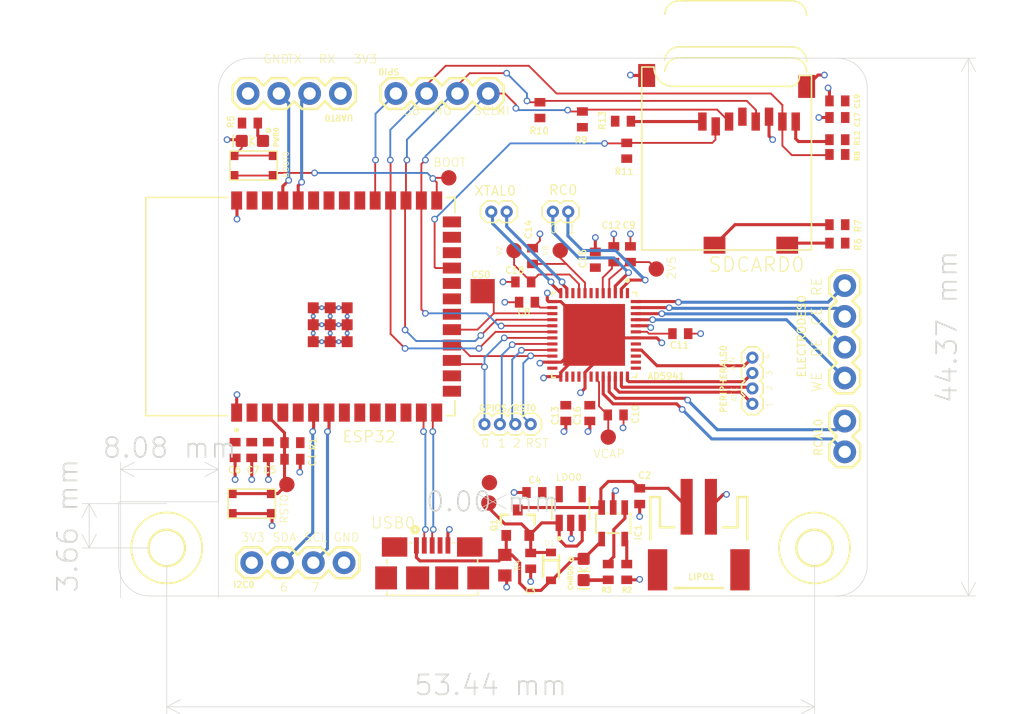
<source format=kicad_pcb>
(kicad_pcb (version 20241229) (generator "pcbnew") (generator_version "9.0")
  (layers (0 "F.Cu" signal) (2 "B.Cu" signal) (13 "F.Paste" user) (15 "B.Paste" user) (5 "F.SilkS" user "F.Silkscreen") (7 "B.SilkS" user "B.Silkscreen") (1 "F.Mask" user) (3 "B.Mask" user) (25 "Edge.Cuts" user))
  (net 0 "")
  (net 1 "GND")
  (net 2 "USB_P")
  (net 3 "USB_N")
  (net 4 "V_USB")
  (net 5 "VLIPO")
  (net 6 "3.3V")
  (net 7 "BOOT")
  (net 8 "N$1")
  (net 9 "N$2")
  (net 10 "N$3")
  (net 11 "N$7")
  (net 12 "N$4")
  (net 13 "MISO")
  (net 14 "SCLK")
  (net 15 "MOSI")
  (net 16 "SDA/6/CH0")
  (net 17 "SCL/7/CH1")
  (net 18 "XTAL.I")
  (net 19 "XTAL.O")
  (net 20 "RE")
  (net 21 "WE")
  (net 22 "CE")
  (net 23 "CS.AFE")
  (net 24 "REF.2V5")
  (net 25 "REF.1V8")
  (net 26 "DVDD.1V8")
  (net 27 "BIAS.CAP")
  (net 28 "AVDD.REG")
  (net 29 "RCAL0")
  (net 30 "RCAL1")
  (net 31 "ZERO.0")
  (net 32 "BIAS.0")
  (net 33 "RC0.0")
  (net 34 "RC0.1")
  (net 35 "RC0.2")
  (net 36 "AIN0")
  (net 37 "AIN1")
  (net 38 "AIN2")
  (net 39 "AIN3")
  (net 40 "AIN4")
  (net 41 "AFE1")
  (net 42 "AFE2")
  (net 43 "AFE3")
  (net 44 "AFE4")
  (net 45 "GPIO.0")
  (net 46 "GPIO.1")
  (net 47 "GPIO.2")
  (net 48 "DE")
  (net 49 "MCU.RST")
  (net 50 "AFE.RST")
  (net 51 "RX")
  (net 52 "TX")
  (net 53 "CD1")
  (net 54 "CD2")
  (net 55 "CS.SD")
  (net 56 "DAT1")
  (net 57 "DAT2")
  (net 58 "CS.SPI")
  (footprint "BUTTON-GULLWING" (layer "F.Cu") (at 128.597974 119.56697 180)
    (property "Reference" "RST0")
    (property "Value" "")
  )
  (footprint "C0402" (layer "F.Cu") (at 154.505974 112.09937 -90)
    (property "Reference" "C13")
    (property "Value" "100n")
  )
  (footprint "TP20SQ_385" (layer "F.Cu") (at 147.647974 102.04097)
    (property "Reference" "CS0")
    (property "Value" "TPTP20SQ")
  )
  (footprint "C0402" (layer "F.Cu") (at 163.954774 105.54617)
    (property "Reference" "C11")
    (property "Value" "4.7u")
  )
  (footprint "R0402" (layer "F.Cu") (at 176.908774 89.54417 180)
    (property "Reference" "R12")
    (property "Value" "47k")
  )
  (footprint "PAD.03X.05" (layer "F.Cu") (at 131.493574 117.99217)
    (property "Reference" "TP2" (hide yes))
    (property "Value" "" (hide yes))
  )
  (footprint "R0402" (layer "F.Cu") (at 131.950774 114.53777 180)
    (property "Reference" "R1")
    (property "Value" "10k")
  )
  (footprint "QFN50P700X700X80-49N_39313983" (layer "F.Cu") (at 156.842774 105.64777 -90)
    (property "Reference" "AD5941")
    (property "Value" "AD5941BCPZ-RL7")
  )
  (footprint "SOT95P285X140-5N_39313995" (layer "F.Cu") (at 154.912374 119.97337 90)
    (property "Reference" "LDO0")
    (property "Value" "AP2112K-3.3TRG1")
  )
  (footprint "AMPHENOL_10118192-0001LF_39346738" (layer "F.Cu") (at 143.482374 123.02137)
    (property "Reference" "USB0")
    (property "Value" "10118192-0001LF")
  )
  (footprint "R0402" (layer "F.Cu") (at 176.908774 90.76337 180)
    (property "Reference" "R8")
    (property "Value" "47k")
  )
  (footprint "R0402" (layer "F.Cu") (at 152.372374 87.10577 90)
    (property "Reference" "R10")
    (property "Value" "47k")
  )
  (footprint "R0402" (layer "F.Cu") (at 128.445574 88.17257 180)
    (property "Reference" "R5")
    (property "Value" "4k7")
  )
  (footprint "C0402" (layer "F.Cu") (at 131.950774 115.90937)
    (property "Reference" "C1")
    (property "Value" "10u")
  )
  (footprint "2,8_237" (layer "F.Cu") (at 175.029174 123.22457)
    (property "Reference" "H4" (hide yes))
    (property "Value" "MOUNT-HOLE2.8" (hide yes))
  )
  (footprint "PAD.03X.05" (layer "F.Cu") (at 148.206774 117.83977)
    (property "Reference" "TP4" (hide yes))
    (property "Value" "" (hide yes))
  )
  (footprint "1X04" (layer "F.Cu") (at 177.518374 101.58377 -90)
    (property "Reference" "ELECTRODES0")
    (property "Value" "")
  )
  (footprint "C0402" (layer "F.Cu") (at 156.944374 99.45017 90)
    (property "Reference" "C15")
    (property "Value" "100n")
  )
  (footprint "C0402" (layer "F.Cu") (at 151.762774 99.14537 90)
    (property "Reference" "C14")
    (property "Value" "100n")
  )
  (footprint "PAD.03X.05" (layer "F.Cu") (at 148.155974 119.51617)
    (property "Reference" "TP3" (hide yes))
    (property "Value" "" (hide yes))
  )
  (footprint "R0402" (layer "F.Cu") (at 155.877574 87.86777 90)
    (property "Reference" "R9")
    (property "Value" "47k")
  )
  (footprint "C0402" (layer "F.Cu") (at 151.915174 118.65257 180)
    (property "Reference" "C4")
    (property "Value" "10u")
  )
  (footprint "C0402" (layer "F.Cu") (at 158.620774 112.25177)
    (property "Reference" "C10")
    (property "Value" "470n")
  )
  (footprint "XCVR_ESP32S3WROOM1N8R8" (layer "F.Cu") (at 132.611174 103.31097 90)
    (property "Reference" "ESP32")
    (property "Value" "ESP32-S3-WROOM-1-N8R8")
  )
  (footprint "1X02_1.27MM" (layer "F.Cu") (at 153.439174 95.48777)
    (property "Reference" "RC0")
    (property "Value" "")
  )
  (footprint "R0603" (layer "F.Cu") (at 149.476774 124.64697 -90)
    (property "Reference" "R4")
    (property "Value" "100k")
  )
  (footprint "1X04_1.27MM" (layer "F.Cu") (at 169.898374 107.52737 -90)
    (property "Reference" "PERIPHERALS0")
    (property "Value" "")
  )
  (footprint "SOT23-5L" (layer "F.Cu") (at 158.417574 121.19257 180)
    (property "Reference" "IC1")
    (property "Value" "MCP73831/OT")
  )
  (footprint "1X04" (layer "F.Cu") (at 135.913174 85.73417 180)
    (property "Reference" "UART0")
    (property "Value" "")
  )
  (footprint "MICROSD" (layer "F.Cu") (at 174.775174 98.68817 180)
    (property "Reference" "SDCARD0")
    (property "Value" "MICROSD" (hide yes))
  )
  (footprint "2,8_237" (layer "F.Cu") (at 121.587574 123.22457)
    (property "Reference" "H2" (hide yes))
    (property "Value" "MOUNT-HOLE2.8" (hide yes))
  )
  (footprint "1X02_1.27MM" (layer "F.Cu") (at 149.629174 95.48777 180)
    (property "Reference" "XTAL0")
    (property "Value" "")
  )
  (footprint "R0402" (layer "F.Cu") (at 159.535174 90.45857 90)
    (property "Reference" "R11")
    (property "Value" "47k")
  )
  (footprint "R0402" (layer "F.Cu") (at 159.535174 125.20577 90)
    (property "Reference" "R2")
    (property "Value" "4k7")
  )
  (footprint "C0402" (layer "F.Cu") (at 151.610374 124.29137 -90)
    (property "Reference" "C3")
    (property "Value" "10u")
  )
  (footprint "C0402" (layer "F.Cu") (at 151.305574 102.95537 180)
    (property "Reference" "C8")
    (property "Value" "470n")
  )
  (footprint "BUTTON-GULLWING" (layer "F.Cu") (at 128.750374 91.67777)
    (property "Reference" "BOOT0")
    (property "Value" "")
  )
  (footprint "LED-0603" (layer "F.Cu") (at 155.979174 125.00257 -90)
    (property "Reference" "CHRG0")
    (property "Value" "YLW")
  )
  (footprint "C0402" (layer "F.Cu") (at 176.908774 86.34377 180)
    (property "Reference" "C19")
    (property "Value" "100n")
  )
  (footprint "C0402" (layer "F.Cu") (at 129.969574 115.14737 -90)
    (property "Reference" "C5")
    (property "Value" "10u")
  )
  (footprint "PAD.03X.05" (layer "F.Cu") (at 154.048774 98.68817)
    (property "Reference" "VB0" (hide yes))
    (property "Value" "" (hide yes))
  )
  (footprint "1X02" (layer "F.Cu") (at 177.518374 115.29977 90)
    (property "Reference" "RCAL0")
    (property "Value" "")
  )
  (footprint "PAD.03X.05" (layer "F.Cu") (at 158.011174 114.08057)
    (property "Reference" "VCAP0" (hide yes))
    (property "Value" "" (hide yes))
  )
  (footprint "C0402" (layer "F.Cu") (at 127.226374 115.14737 -90)
    (property "Reference" "C6")
    (property "Value" "10u")
  )
  (footprint "PAD.03X.05" (layer "F.Cu") (at 144.853974 92.69377)
    (property "Reference" "TP1" (hide yes))
    (property "Value" "" (hide yes))
  )
  (footprint "C0402" (layer "F.Cu") (at 156.487174 112.09937 -90)
    (property "Reference" "C16")
    (property "Value" "100n")
  )
  (footprint "1X04" (layer "F.Cu") (at 140.485174 85.73417)
    (property "Reference" "SPI0")
    (property "Value" "")
  )
  (footprint "R0402" (layer "F.Cu") (at 158.011174 125.20577 90)
    (property "Reference" "R3")
    (property "Value" "4k7")
  )
  (footprint "C0402" (layer "F.Cu") (at 160.601974 118.95737 -90)
    (property "Reference" "C2")
    (property "Value" "10u")
  )
  (footprint "R0402" (layer "F.Cu") (at 176.908774 96.55457 180)
    (property "Reference" "R7")
    (property "Value" "47k")
  )
  (footprint "1X04_1.27MM" (layer "F.Cu") (at 147.800374 113.01377)
    (property "Reference" "GPIOS/RST0")
    (property "Value" "")
  )
  (footprint "SOT23-3" (layer "F.Cu") (at 150.543574 121.19257)
    (property "Reference" "Q1")
    (property "Value" "2.5A/30V/105mΩ")
  )
  (footprint "C0402" (layer "F.Cu") (at 159.839974 98.99297 90)
    (property "Reference" "C9")
    (property "Value" "470n")
  )
  (footprint "LED-0603" (layer "F.Cu") (at 128.648774 89.64577 180)
    (property "Reference" "PWR0")
    (property "Value" "GREEN")
  )
  (footprint "R0402" (layer "F.Cu") (at 159.230374 88.02017)
    (property "Reference" "R13")
    (property "Value" "47k")
  )
  (footprint "R0402" (layer "F.Cu") (at 176.908774 98.07857 180)
    (property "Reference" "R6")
    (property "Value" "47k")
  )
  (footprint "C0402" (layer "F.Cu") (at 176.908774 87.71537 180)
    (property "Reference" "C17")
    (property "Value" "10u")
  )
  (footprint "JST-2-SMD" (layer "F.Cu") (at 165.478774 123.52937 180)
    (property "Reference" "LIPO1")
    (property "Value" "")
  )
  (footprint "PAD.03X.05" (layer "F.Cu") (at 150.238774 98.68817)
    (property "Reference" "VZ0" (hide yes))
    (property "Value" "" (hide yes))
  )
  (footprint "PAD.03X.05" (layer "F.Cu") (at 161.973574 100.21217)
    (property "Reference" "UNK2V5" (hide yes))
    (property "Value" "" (hide yes))
  )
  (footprint "C0402" (layer "F.Cu") (at 128.597974 115.14737 -90)
    (property "Reference" "C7")
    (property "Value" "1u")
  )
  (footprint "C0402" (layer "F.Cu") (at 151.000774 101.27897 180)
    (property "Reference" "C18")
    (property "Value" "100n")
  )
  (footprint "SOD-323_39314421" (layer "F.Cu") (at 153.286774 124.74857 -90)
    (property "Reference" "D1")
    (property "Value" "BAT20JFILM")
  )
  (footprint "C0402" (layer "F.Cu") (at 158.468374 98.99297 90)
    (property "Reference" "C12")
    (property "Value" "470n")
  )
  (footprint "1X04" (layer "F.Cu") (at 128.597974 124.44377)
    (property "Reference" "I2C0")
    (property "Value" "")
  )
  (gr_circle (center 154.963174 124.13897) (end 155.115574 124.13897) (stroke (width 0.1524)) (fill no) (layer "F.SilkS"))
  (gr_circle (center 129.969574 88.78217) (end 130.121974 88.78217) (stroke (width 0.1524)) (fill no) (layer "F.SilkS"))
  (gr_arc (start 125.854775 85.498168) (mid 126.567627 83.635661) (end 128.387562 82.82023) (stroke (width 0.05)) (layer "Edge.Cuts"))
  (gr_arc (start 176.963599 82.82023) (mid 178.699918 83.59274) (end 179.375867 85.36888) (stroke (width 0.05)) (layer "Edge.Cuts"))
  (gr_line (start 125.854774 119.41457) (end 117.625174 119.41457) (stroke (width 0.05)) (layer "Edge.Cuts"))
  (gr_arc (start 179.375867 124.655628) (mid 178.62887 126.446079) (end 176.835883 127.18697) (stroke (width 0.05)) (layer "Edge.Cuts"))
  (gr_line (start 125.854774 85.498167) (end 125.854774 119.41457) (stroke (width 0.05)) (layer "Edge.Cuts"))
  (gr_line (start 176.963599 82.82023) (end 128.387562 82.82023) (stroke (width 0.05)) (layer "Edge.Cuts"))
  (gr_line (start 117.625174 119.41457) (end 117.625174 124.64697) (stroke (width 0.05)) (layer "Edge.Cuts"))
  (gr_line (start 120.165174 127.18697) (end 176.835883 127.18697) (stroke (width 0.05)) (layer "Edge.Cuts"))
  (gr_line (start 179.375867 124.655629) (end 179.375867 85.36888) (stroke (width 0.05)) (layer "Edge.Cuts"))
  (gr_arc (start 120.165174 127.18697) (mid 118.369123 126.443021) (end 117.625174 124.64697) (stroke (width 0.05)) (layer "Edge.Cuts"))
  (gr_text "BOOT" (at 143.533174 91.83017 0) (layer "F.SilkS") (effects (font (size 0.70104 0.70104) (thickness 0.06096)) (justify left bottom)))
  (gr_text "SCLK" (at 146.885974 87.56297 0) (layer "F.SilkS") (effects (font (size 0.70104 0.70104) (thickness 0.06096)) (justify left bottom)))
  (gr_text "RX" (at 134.084374 83.29577 0) (layer "F.SilkS") (effects (font (size 0.70104 0.70104) (thickness 0.06096)) (justify left bottom)))
  (gr_text "0" (at 153.134374 97.31657 0) (layer "F.SilkS") (effects (font (size 0.70104 0.70104) (thickness 0.06096)) (justify left bottom)))
  (gr_text "1" (at 148.867174 114.99497 0) (layer "F.SilkS") (effects (font (size 0.70104 0.70104) (thickness 0.06096)) (justify left bottom)))
  (gr_text "4" (at 171.422374 107.67977 90) (layer "F.SilkS") (effects (font (size 0.46736 0.46736) (thickness 0.04064)) (justify left bottom)))
  (gr_text "SDA" (at 130.274374 122.76737 0) (layer "F.SilkS") (effects (font (size 0.70104 0.70104) (thickness 0.06096)) (justify left bottom)))
  (gr_text "3" (at 171.574774 109.05137 90) (layer "F.SilkS") (effects (font (size 0.46736 0.46736) (thickness 0.04064)) (justify left bottom)))
  (gr_text "2" (at 171.574774 110.27057 90) (layer "F.SilkS") (effects (font (size 0.46736 0.46736) (thickness 0.04064)) (justify left bottom)))
  (gr_text "0" (at 147.495574 114.99497 0) (layer "F.SilkS") (effects (font (size 0.70104 0.70104) (thickness 0.06096)) (justify left bottom)))
  (gr_text "3V3" (at 127.683574 122.76737 0) (layer "F.SilkS") (effects (font (size 0.70104 0.70104) (thickness 0.06096)) (justify left bottom)))
  (gr_text "DE" (at 175.689574 107.52737 90) (layer "F.SilkS") (effects (font (size 0.81788 0.81788) (thickness 0.07112)) (justify left bottom)))
  (gr_text "RE" (at 175.689574 102.49817 90) (layer "F.SilkS") (effects (font (size 0.81788 0.81788) (thickness 0.07112)) (justify left bottom)))
  (gr_text "RST" (at 151.153174 114.99497 0) (layer "F.SilkS") (effects (font (size 0.70104 0.70104) (thickness 0.06096)) (justify left bottom)))
  (gr_text "CE" (at 175.689574 104.93657 90) (layer "F.SilkS") (effects (font (size 0.81788 0.81788) (thickness 0.07112)) (justify left bottom)))
  (gr_text "VB" (at 153.134374 99.14537 90) (layer "F.SilkS") (effects (font (size 0.46736 0.46736) (thickness 0.04064)) (justify left bottom)))
  (gr_text "7" (at 133.474774 126.88217 0) (layer "F.SilkS") (effects (font (size 0.70104 0.70104) (thickness 0.06096)) (justify left bottom)))
  (gr_text "2V5" (at 163.649974 101.12657 90) (layer "F.SilkS") (effects (font (size 0.70104 0.70104) (thickness 0.06096)) (justify left bottom)))
  (gr_text "WE" (at 175.689574 110.42297 90) (layer "F.SilkS") (effects (font (size 0.81788 0.81788) (thickness 0.07112)) (justify left bottom)))
  (gr_text "SCL" (at 132.865174 122.76737 0) (layer "F.SilkS") (effects (font (size 0.70104 0.70104) (thickness 0.06096)) (justify left bottom)))
  (gr_text "MO" (at 143.533174 87.56297 0) (layer "F.SilkS") (effects (font (size 0.70104 0.70104) (thickness 0.06096)) (justify left bottom)))
  (gr_text "VZ" (at 149.324374 99.14537 90) (layer "F.SilkS") (effects (font (size 0.46736 0.46736) (thickness 0.04064)) (justify left bottom)))
  (gr_text "VCAP" (at 156.73624 115.876756 0) (layer "F.SilkS") (effects (font (size 0.70104 0.70104) (thickness 0.06096)) (justify left bottom)))
  (gr_text "1" (at 154.658374 97.31657 0) (layer "F.SilkS") (effects (font (size 0.70104 0.70104) (thickness 0.06096)) (justify left bottom)))
  (gr_text "GND" (at 129.512374 83.29577 0) (layer "F.SilkS") (effects (font (size 0.70104 0.70104) (thickness 0.06096)) (justify left bottom)))
  (gr_text "2" (at 150.086374 114.99497 0) (layer "F.SilkS") (effects (font (size 0.70104 0.70104) (thickness 0.06096)) (justify left bottom)))
  (gr_text "TX" (at 131.493574 83.29577 0) (layer "F.SilkS") (effects (font (size 0.70104 0.70104) (thickness 0.06096)) (justify left bottom)))
  (gr_text "MI" (at 148.714774 87.56297 0) (layer "F.SilkS") (effects (font (size 0.70104 0.70104) (thickness 0.06096)) (justify left bottom)))
  (gr_text "6" (at 130.883974 126.88217 0) (layer "F.SilkS") (effects (font (size 0.70104 0.70104) (thickness 0.06096)) (justify left bottom)))
  (gr_text "1" (at 171.574774 111.64217 90) (layer "F.SilkS") (effects (font (size 0.46736 0.46736) (thickness 0.04064)) (justify left bottom)))
  (gr_text "GND" (at 135.303574 122.76737 0) (layer "F.SilkS") (effects (font (size 0.70104 0.70104) (thickness 0.06096)) (justify left bottom)))
  (gr_text "3V3" (at 136.979974 83.29577 0) (layer "F.SilkS") (effects (font (size 0.70104 0.70104) (thickness 0.06096)) (justify left bottom)))
  (gr_text "38" (at 141.094774 87.56297 0) (layer "F.SilkS") (effects (font (size 0.70104 0.70104) (thickness 0.06096)) (justify left bottom)))
  (gr_text "AIN" (at 168.526774 108.59417 90) (layer "F.SilkS") (effects (font (size 0.46736 0.46736) (thickness 0.04064)) (justify left bottom)))
  (gr_text "AFE" (at 168.679174 111.18497 90) (layer "F.SilkS") (effects (font (size 0.46736 0.46736) (thickness 0.04064)) (justify left bottom)))
  (dimension (type aligned) (layer "Edge.Cuts") (pts (xy 117.777574 127.33937) (xy 125.854774 127.33937)) (height -10.5918) (format (prefix "") (suffix "") (units 2) (units_format 1) (precision 2)) (style (thickness 0.05) (arrow_length 1.27) (text_position_mode 0) (arrow_direction outward) (extension_height 0.58642) (extension_offset 0) (keep_text_aligned yes)) (gr_text "8.08 mm" (at 121.816174 114.96957 0) (layer "Edge.Cuts") (effects (font (size 1.63576 1.63576) (thickness 0.14224)))))
  (dimension (type aligned) (layer "Edge.Cuts") (pts (xy 176.899741 82.82023) (xy 176.899741 127.18697)) (height -10.829433) (format (prefix "") (suffix "") (units 2) (units_format 1) (precision 2)) (style (thickness 0.05) (arrow_length 1.27) (text_position_mode 0) (arrow_direction outward) (extension_height 0.58642) (extension_offset 0) (keep_text_aligned yes)) (gr_text "44.37 mm" (at 185.951174 105.0036 90) (layer "Edge.Cuts") (effects (font (size 1.63576 1.63576) (thickness 0.14224)))))
  (dimension (type aligned) (layer "Edge.Cuts") (pts (xy 121.587574 123.22457) (xy 121.587574 119.56697)) (height -6.4008) (format (prefix "") (suffix "") (units 2) (units_format 1) (precision 2)) (style (thickness 0.05) (arrow_length 1.27) (text_position_mode 0) (arrow_direction outward) (extension_height 0.58642) (extension_offset 0) (keep_text_aligned yes)) (gr_text "3.66 mm" (at 113.408774 121.39577 90) (layer "Edge.Cuts") (effects (font (size 1.63576 1.63576) (thickness 0.14224)))))
  (dimension (type aligned) (layer "Edge.Cuts") (pts (xy 121.587574 123.22457) (xy 175.029174 123.22457)) (height 13.1064) (format (prefix "") (suffix "") (units 2) (units_format 1) (precision 2)) (style (thickness 0.05) (arrow_length 1.27) (text_position_mode 0) (arrow_direction outward) (extension_height 0.58642) (extension_offset 0) (keep_text_aligned yes)) (gr_text "53.44 mm" (at 148.308374 134.55297 0) (layer "Edge.Cuts") (effects (font (size 1.63576 1.63576) (thickness 0.14224)))))
  (dimension (type aligned) (layer "Edge.Cuts") (pts (xy 148.486174 119.41457) (xy 148.486174 119.41457)) (height 0) (format (prefix "") (suffix "") (units 2) (units_format 1) (precision 2)) (style (thickness 0.05) (arrow_length 1.27) (text_position_mode 0) (arrow_direction outward) (extension_height 0.58642) (extension_offset 0) (keep_text_aligned yes)) (gr_text "0.00 mm" (at 148.486174 119.41457 0) (layer "Edge.Cuts") (effects (font (size 1.63576 1.63576) (thickness 0.14224)))))
  (segment (start 130.274374 120.46837) (end 130.274374 121.39577) (width 0.254) (layer "F.Cu") (net 1))
  (segment (start 136.471174 104.81097) (end 136.471174 104.11097) (width 0.254) (layer "F.Cu") (net 1))
  (segment (start 156.842774 105.64777) (end 157.092774 105.89777) (width 0.254) (layer "F.Cu") (net 1))
  (segment (start 151.265174 118.65257) (end 150.238774 118.65257) (width 0.254) (layer "F.Cu") (net 1))
  (segment (start 133.671174 103.41097) (end 133.671174 104.11097) (width 0.254) (layer "F.Cu") (net 1))
  (segment (start 153.092974 102.89777) (end 152.981974 102.78677) (width 0.254) (layer "F.Cu") (net 1))
  (segment (start 156.487174 112.74937) (end 156.487174 113.47097) (width 0.254) (layer "F.Cu") (net 1))
  (segment (start 133.671174 104.81097) (end 133.671174 105.51097) (width 0.254) (layer "F.Cu") (net 1))
  (segment (start 130.350374 90.85277) (end 127.150374 90.85277) (width 0.1524) (layer "F.Cu") (net 1))
  (segment (start 156.842774 107.990783) (end 156.083374 108.750183) (width 0.254) (layer "F.Cu") (net 1))
  (segment (start 156.092774 109.09277) (end 156.092774 110.05537) (width 0.254) (layer "F.Cu") (net 1))
  (segment (start 176.258774 87.71537) (end 175.384774 87.71537) (width 0.254) (layer "F.Cu") (net 1))
  (segment (start 135.071174 103.41097) (end 135.071174 104.11097) (width 0.254) (layer "F.Cu") (net 1))
  (segment (start 167.503174 118.80497) (end 167.764774 118.80497) (width 0.254) (layer "F.Cu") (net 1))
  (segment (start 135.071174 104.81097) (end 134.371174 104.81097) (width 0.254) (layer "F.Cu") (net 1))
  (segment (start 160.561574 125.85577) (end 160.601974 125.81537) (width 0.254) (layer "F.Cu") (net 1))
  (segment (start 159.270774 113.127067) (end 159.230374 113.16617) (width 0.1524) (layer "F.Cu") (net 1))
  (segment (start 135.071174 104.81097) (end 135.071174 105.51097) (width 0.254) (layer "F.Cu") (net 1))
  (segment (start 149.476774 125.49697) (end 149.629174 125.64937) (width 0.254) (layer "F.Cu") (net 1))
  (segment (start 135.071174 103.41097) (end 135.771174 103.41097) (width 0.254) (layer "F.Cu") (net 1))
  (segment (start 144.782374 123.02137) (end 144.782374 121.82297) (width 0.254) (layer "F.Cu") (net 1))
  (segment (start 156.092774 110.05537) (end 155.725174 110.42297) (width 0.254) (layer "F.Cu") (net 1))
  (segment (start 135.071174 104.81097) (end 135.771174 104.81097) (width 0.254) (layer "F.Cu") (net 1))
  (segment (start 156.690374 105.49537) (end 156.842774 105.64777) (width 0.254) (layer "F.Cu") (net 1))
  (segment (start 127.771774 89.64577) (end 127.670506 89.544502) (width 0.254) (layer "F.Cu") (net 1))
  (segment (start 176.258774 86.34377) (end 176.258774 85.38897) (width 0.254) (layer "F.Cu") (net 1))
  (segment (start 153.397774 102.89777) (end 153.092974 102.89777) (width 0.254) (layer "F.Cu") (net 1))
  (segment (start 159.270774 112.25177) (end 159.270774 113.127067) (width 0.1524) (layer "F.Cu") (net 1))
  (segment (start 132.600774 115.90937) (end 132.600774 116.93577) (width 0.254) (layer "F.Cu") (net 1))
  (segment (start 156.842774 105.990783) (end 156.842774 105.64777) (width 0.254) (layer "F.Cu") (net 1))
  (segment (start 161.175174 84.24817) (end 159.877974 84.24817) (width 0.254) (layer "F.Cu") (net 1))
  (segment (start 158.417574 118.70337) (end 158.620774 118.50017) (width 0.254) (layer "F.Cu") (net 1))
  (segment (start 160.287774 104.89777) (end 161.364374 104.89777) (width 0.254) (layer "F.Cu") (net 1))
  (segment (start 136.471174 104.81097) (end 135.771174 104.81097) (width 0.254) (layer "F.Cu") (net 1))
  (segment (start 152.788174 109.09277) (end 152.677174 109.20377) (width 0.254) (layer "F.Cu") (net 1))
  (segment (start 136.471174 103.41097) (end 136.471174 104.11097) (width 0.254) (layer "F.Cu") (net 1))
  (segment (start 127.670506 89.544502) (end 126.561153 89.544502) (width 0.254) (layer "F.Cu") (net 1))
  (segment (start 158.468374 98.34297) (end 158.468374 97.31657) (width 0.1524) (layer "F.Cu") (net 1))
  (segment (start 164.604774 105.54617) (end 165.631174 105.54617) (width 0.1524) (layer "F.Cu") (net 1))
  (segment (start 151.762774 98.49537) (end 152.372374 97.88577) (width 0.1524) (layer "F.Cu") (net 1))
  (segment (start 136.471174 104.81097) (end 136.471174 105.51097) (width 0.254) (layer "F.Cu") (net 1))
  (segment (start 154.963174 121.20917) (end 154.963174 122.46257) (width 0.254) (layer "F.Cu") (net 1))
  (segment (start 149.629174 125.64937) (end 149.629174 126.45957) (width 0.254) (layer "F.Cu") (net 1))
  (segment (start 136.471174 106.21097) (end 136.471174 105.51097) (width 0.254) (layer "F.Cu") (net 1))
  (segment (start 128.597974 115.79737) (end 128.597974 117.58577) (width 0.254) (layer "F.Cu") (net 1))
  (segment (start 127.226374 115.79737) (end 127.226374 117.58577) (width 0.254) (layer "F.Cu") (net 1))
  (segment (start 154.092774 109.09277) (end 152.788174 109.09277) (width 0.254) (layer "F.Cu") (net 1))
  (segment (start 156.842774 105.64777) (end 156.842774 107.990783) (width 0.254) (layer "F.Cu") (net 1))
  (segment (start 144.782374 121.82297) (end 144.904774 121.70057) (width 0.254) (layer "F.Cu") (net 1))
  (segment (start 159.535174 125.85577) (end 160.561574 125.85577) (width 0.254) (layer "F.Cu") (net 1))
  (segment (start 156.944374 98.80017) (end 156.944374 97.62137) (width 0.254) (layer "F.Cu") (net 1))
  (segment (start 156.842774 105.990783) (end 154.092774 108.740783) (width 0.254) (layer "F.Cu") (net 1))
  (segment (start 152.981974 102.78677) (end 152.981974 102.19337) (width 0.254) (layer "F.Cu") (net 1))
  (segment (start 135.071174 106.21097) (end 135.071174 105.51097) (width 0.254) (layer "F.Cu") (net 1))
  (segment (start 135.071174 106.21097) (end 135.771174 106.21097) (width 0.254) (layer "F.Cu") (net 1))
  (segment (start 158.417574 119.89257) (end 158.417574 118.70337) (width 0.254) (layer "F.Cu") (net 1))
  (segment (start 132.600774 116.93577) (end 132.560374 116.97617) (width 0.254) (layer "F.Cu") (net 1))
  (segment (start 151.610374 124.94137) (end 151.610374 126.00617) (width 0.254) (layer "F.Cu") (net 1))
  (segment (start 127.378774 94.58857) (end 127.378774 96.09737) (width 0.254) (layer "F.Cu") (net 1))
  (segment (start 150.350774 101.27897) (end 149.324374 101.27897) (width 0.1524) (layer "F.Cu") (net 1))
  (segment (start 152.372374 97.88577) (end 152.372374 97.31657) (width 0.1524) (layer "F.Cu") (net 1))
  (segment (start 136.471174 103.41097) (end 135.771174 103.41097) (width 0.254) (layer "F.Cu") (net 1))
  (segment (start 171.275174 89.24457) (end 171.574774 89.54417) (width 0.254) (layer "F.Cu") (net 1))
  (segment (start 154.505974 113.47097) (end 154.353574 113.62337) (width 0.254) (layer "F.Cu") (net 1))
  (segment (start 156.083374 108.750183) (end 156.083374 109.08337) (width 0.254) (layer "F.Cu") (net 1))
  (segment (start 159.877974 84.24817) (end 159.839974 84.21017) (width 0.254) (layer "F.Cu") (net 1))
  (segment (start 154.505974 112.74937) (end 154.505974 113.47097) (width 0.254) (layer "F.Cu") (net 1))
  (segment (start 127.351174 110.60297) (end 127.378774 110.57537) (width 0.254) (layer "F.Cu") (net 1))
  (segment (start 162.020374 105.89777) (end 162.430774 106.30817) (width 0.254) (layer "F.Cu") (net 1))
  (segment (start 175.313174 84.21017) (end 175.841974 84.21017) (width 0.254) (layer "F.Cu") (net 1))
  (segment (start 171.275174 89.24457) (end 171.275174 87.64817) (width 0.254) (layer "F.Cu") (net 1))
  (segment (start 166.478774 119.82937) (end 167.503174 118.80497) (width 0.254) (layer "F.Cu") (net 1))
  (segment (start 150.655574 102.95537) (end 149.476774 102.95537) (width 0.1524) (layer "F.Cu") (net 1))
  (segment (start 176.258774 85.38897) (end 176.146774 85.27697) (width 0.254) (layer "F.Cu") (net 1))
  (segment (start 129.969574 115.79737) (end 129.969574 117.58577) (width 0.254) (layer "F.Cu") (net 1))
  (segment (start 133.671174 104.81097) (end 134.371174 104.81097) (width 0.254) (layer "F.Cu") (net 1))
  (segment (start 135.071174 106.21097) (end 134.371174 106.21097) (width 0.254) (layer "F.Cu") (net 1))
  (segment (start 156.842774 105.64777) (end 154.092774 102.89777) (width 0.254) (layer "F.Cu") (net 1))
  (segment (start 156.092774 109.09277) (end 156.083374 109.08337) (width 0.254) (layer "F.Cu") (net 1))
  (segment (start 135.071174 103.41097) (end 134.371174 103.41097) (width 0.254) (layer "F.Cu") (net 1))
  (segment (start 133.671174 104.81097) (end 133.671174 104.11097) (width 0.254) (layer "F.Cu") (net 1))
  (segment (start 135.071174 104.81097) (end 135.071174 104.11097) (width 0.254) (layer "F.Cu") (net 1))
  (segment (start 157.092774 105.89777) (end 160.287774 105.89777) (width 0.254) (layer "F.Cu") (net 1))
  (segment (start 130.197974 120.39197) (end 126.997974 120.39197) (width 0.254) (layer "F.Cu") (net 1))
  (segment (start 174.375174 85.14817) (end 175.313174 84.21017) (width 0.254) (layer "F.Cu") (net 1))
  (segment (start 127.771774 90.23137) (end 127.771774 89.64577) (width 0.1524) (layer "F.Cu") (net 1))
  (segment (start 160.601974 119.60737) (end 160.601974 120.63377) (width 0.254) (layer "F.Cu") (net 1))
  (segment (start 153.397774 107.89777) (end 152.459174 107.89777) (width 0.254) (layer "F.Cu") (net 1))
  (segment (start 160.287774 105.89777) (end 162.020374 105.89777) (width 0.254) (layer "F.Cu") (net 1))
  (segment (start 133.671174 106.21097) (end 133.671174 105.51097) (width 0.254) (layer "F.Cu") (net 1))
  (segment (start 154.135574 107.89777) (end 153.397774 107.89777) (width 0.254) (layer "F.Cu") (net 1))
  (segment (start 133.671174 103.41097) (end 134.371174 103.41097) (width 0.254) (layer "F.Cu") (net 1))
  (segment (start 127.351174 112.06097) (end 127.351174 110.60297) (width 0.254) (layer "F.Cu") (net 1))
  (segment (start 159.839974 98.34297) (end 159.839974 97.31657) (width 0.1524) (layer "F.Cu") (net 1))
  (segment (start 127.351174 94.56097) (end 127.378774 94.58857) (width 0.254) (layer "F.Cu") (net 1))
  (segment (start 127.150374 90.85277) (end 127.771774 90.23137) (width 0.1524) (layer "F.Cu") (net 1))
  (segment (start 130.197974 120.39197) (end 130.274374 120.46837) (width 0.254) (layer "F.Cu") (net 1))
  (segment (start 161.364374 104.89777) (end 161.516374 105.04977) (width 0.254) (layer "F.Cu") (net 1))
  (segment (start 154.912374 121.15837) (end 154.963174 121.20917) (width 0.254) (layer "F.Cu") (net 1))
  (segment (start 156.487174 113.47097) (end 156.334774 113.62337) (width 0.254) (layer "F.Cu") (net 1))
  (segment (start 159.230374 113.31857) (end 159.230374 113.16617) (width 0.1524) (layer "F.Cu") (net 1))
  (segment (start 154.092774 109.09277) (end 154.092774 108.740783) (width 0.254) (layer "F.Cu") (net 1))
  (segment (start 136.471174 106.21097) (end 135.771174 106.21097) (width 0.254) (layer "F.Cu") (net 1))
  (segment (start 156.690374 105.49537) (end 156.690374 105.34297) (width 0.254) (layer "F.Cu") (net 1))
  (segment (start 133.671174 106.21097) (end 134.371174 106.21097) (width 0.254) (layer "F.Cu") (net 1))
  (segment (start 152.459174 107.89777) (end 152.372374 107.98457) (width 0.254) (layer "F.Cu") (net 1))
  (segment (start 156.690374 105.34297) (end 154.135574 107.89777) (width 0.254) (layer "F.Cu") (net 1))
  (segment (start 154.092774 102.89777) (end 153.397774 102.89777) (width 0.254) (layer "F.Cu") (net 1))
  (via (at 156.334774 113.62337) (size 0.55) (drill 0.35) (layers "F.Cu" "B.Cu") (net 1))
  (via (at 149.324374 101.27897) (size 0.55) (drill 0.35) (layers "F.Cu" "B.Cu") (net 1))
  (via (at 152.981974 102.19337) (size 0.55) (drill 0.35) (layers "F.Cu" "B.Cu") (net 1))
  (via (at 155.725174 110.42297) (size 0.55) (drill 0.35) (layers "F.Cu" "B.Cu") (net 1))
  (via (at 152.677174 109.20377) (size 0.55) (drill 0.35) (layers "F.Cu" "B.Cu") (net 1))
  (via (at 175.384774 87.71537) (size 0.55) (drill 0.35) (layers "F.Cu" "B.Cu") (net 1))
  (via (at 130.274374 121.39577) (size 0.55) (drill 0.35) (layers "F.Cu" "B.Cu") (net 1))
  (via (at 126.561153 89.544502) (size 0.55) (drill 0.35) (layers "F.Cu" "B.Cu") (net 1))
  (via (at 154.353574 113.62337) (size 0.55) (drill 0.35) (layers "F.Cu" "B.Cu") (net 1))
  (via (at 159.230374 113.31857) (size 0.55) (drill 0.35) (layers "F.Cu" "B.Cu") (net 1))
  (via (at 150.238774 118.65257) (size 0.55) (drill 0.35) (layers "F.Cu" "B.Cu") (net 1))
  (via (at 127.378774 96.09737) (size 0.55) (drill 0.35) (layers "F.Cu" "B.Cu") (net 1))
  (via (at 149.476774 102.95537) (size 0.55) (drill 0.35) (layers "F.Cu" "B.Cu") (net 1))
  (via (at 171.574774 89.54417) (size 0.55) (drill 0.35) (layers "F.Cu" "B.Cu") (net 1))
  (via (at 127.378774 110.57537) (size 0.55) (drill 0.35) (layers "F.Cu" "B.Cu") (net 1))
  (via (at 160.601974 120.63377) (size 0.55) (drill 0.35) (layers "F.Cu" "B.Cu") (net 1))
  (via (at 162.430774 106.30817) (size 0.55) (drill 0.35) (layers "F.Cu" "B.Cu") (net 1))
  (via (at 149.629174 126.45957) (size 0.55) (drill 0.35) (layers "F.Cu" "B.Cu") (net 1))
  (via (at 165.631174 105.54617) (size 0.55) (drill 0.35) (layers "F.Cu" "B.Cu") (net 1))
  (via (at 156.944374 97.62137) (size 0.55) (drill 0.35) (layers "F.Cu" "B.Cu") (net 1))
  (via (at 176.146774 85.27697) (size 0.55) (drill 0.35) (layers "F.Cu" "B.Cu") (net 1))
  (via (at 158.620774 118.50017) (size 0.55) (drill 0.35) (layers "F.Cu" "B.Cu") (net 1))
  (via (at 175.841974 84.21017) (size 0.55) (drill 0.35) (layers "F.Cu" "B.Cu") (net 1))
  (via (at 159.839974 84.21017) (size 0.55) (drill 0.35) (layers "F.Cu" "B.Cu") (net 1))
  (via (at 154.963174 122.46257) (size 0.55) (drill 0.35) (layers "F.Cu" "B.Cu") (net 1))
  (via (at 167.764774 118.80497) (size 0.55) (drill 0.35) (layers "F.Cu" "B.Cu") (net 1))
  (via (at 129.969574 117.58577) (size 0.55) (drill 0.35) (layers "F.Cu" "B.Cu") (net 1))
  (via (at 159.839974 97.31657) (size 0.55) (drill 0.35) (layers "F.Cu" "B.Cu") (net 1))
  (via (at 127.226374 117.58577) (size 0.55) (drill 0.35) (layers "F.Cu" "B.Cu") (net 1))
  (via (at 151.610374 126.00617) (size 0.55) (drill 0.35) (layers "F.Cu" "B.Cu") (net 1))
  (via (at 161.516374 105.04977) (size 0.55) (drill 0.35) (layers "F.Cu" "B.Cu") (net 1))
  (via (at 144.904774 121.70057) (size 0.55) (drill 0.35) (layers "F.Cu" "B.Cu") (net 1))
  (via (at 158.468374 97.31657) (size 0.55) (drill 0.35) (layers "F.Cu" "B.Cu") (net 1))
  (via (at 152.372374 107.98457) (size 0.55) (drill 0.35) (layers "F.Cu" "B.Cu") (net 1))
  (via (at 152.372374 97.31657) (size 0.55) (drill 0.35) (layers "F.Cu" "B.Cu") (net 1))
  (via (at 132.560374 116.97617) (size 0.55) (drill 0.35) (layers "F.Cu" "B.Cu") (net 1))
  (via (at 160.601974 125.81537) (size 0.55) (drill 0.35) (layers "F.Cu" "B.Cu") (net 1))
  (via (at 128.597974 117.58577) (size 0.55) (drill 0.35) (layers "F.Cu" "B.Cu") (net 1))
  (segment (start 143.482374 121.79177) (end 143.573574 121.70057) (width 0.1524) (layer "F.Cu") (net 2))
  (segment (start 143.482374 123.02137) (end 143.482374 121.79177) (width 0.1524) (layer "F.Cu") (net 2))
  (segment (start 143.533174 113.62337) (end 143.533174 112.38897) (width 0.1524) (layer "F.Cu") (net 2))
  (segment (start 143.533174 112.38897) (end 143.861174 112.06097) (width 0.1524) (layer "F.Cu") (net 2))
  (via (at 143.573574 121.70057) (size 0.55) (drill 0.35) (layers "F.Cu" "B.Cu") (net 2))
  (via (at 143.533174 113.62337) (size 0.55) (drill 0.35) (layers "F.Cu" "B.Cu") (net 2))
  (segment (start 143.573574 113.66377) (end 143.533174 113.62337) (width 0.1524) (layer "B.Cu") (net 2))
  (segment (start 143.573574 121.70057) (end 143.573574 113.66377) (width 0.1524) (layer "B.Cu") (net 2))
  (segment (start 142.771174 113.62337) (end 142.771174 112.24097) (width 0.1524) (layer "F.Cu") (net 3))
  (segment (start 142.771174 112.24097) (end 142.591174 112.06097) (width 0.1524) (layer "F.Cu") (net 3))
  (segment (start 142.832374 123.02137) (end 142.832374 121.79177) (width 0.1524) (layer "F.Cu") (net 3))
  (segment (start 142.832374 121.79177) (end 142.923574 121.70057) (width 0.1524) (layer "F.Cu") (net 3))
  (via (at 142.771174 113.62337) (size 0.55) (drill 0.35) (layers "F.Cu" "B.Cu") (net 3))
  (via (at 142.923574 121.70057) (size 0.55) (drill 0.35) (layers "F.Cu" "B.Cu") (net 3))
  (segment (start 142.923574 113.77577) (end 142.771174 113.62337) (width 0.1524) (layer "B.Cu") (net 3))
  (segment (start 142.923574 121.70057) (end 142.923574 113.77577) (width 0.1524) (layer "B.Cu") (net 3))
  (segment (start 155.128974 124.12557) (end 155.979174 124.12557) (width 0.254) (layer "F.Cu") (net 4))
  (segment (start 150.695974 124.44377) (end 150.695974 126.12017) (width 0.254) (layer "F.Cu") (net 4))
  (segment (start 142.466374 124.29137) (end 148.982374 124.29137) (width 0.254) (layer "F.Cu") (net 4))
  (segment (start 149.476774 123.79697) (end 149.593574 123.68017) (width 0.254) (layer "F.Cu") (net 4))
  (segment (start 153.355974 125.89857) (end 155.128974 124.12557) (width 0.254) (layer "F.Cu") (net 4))
  (segment (start 142.182374 123.02137) (end 142.182374 124.00737) (width 0.254) (layer "F.Cu") (net 4))
  (segment (start 149.593574 123.68017) (end 149.593574 122.19257) (width 0.254) (layer "F.Cu") (net 4))
  (segment (start 157.467574 122.63717) (end 157.467574 122.49257) (width 0.254) (layer "F.Cu") (net 4))
  (segment (start 148.982374 124.29137) (end 149.476774 123.79697) (width 0.254) (layer "F.Cu") (net 4))
  (segment (start 153.286774 125.89857) (end 153.355974 125.89857) (width 0.254) (layer "F.Cu") (net 4))
  (segment (start 149.476774 123.79697) (end 150.049174 123.79697) (width 0.254) (layer "F.Cu") (net 4))
  (segment (start 142.182374 124.00737) (end 142.466374 124.29137) (width 0.254) (layer "F.Cu") (net 4))
  (segment (start 152.455574 126.72977) (end 153.286774 125.89857) (width 0.254) (layer "F.Cu") (net 4))
  (segment (start 151.305574 126.72977) (end 152.455574 126.72977) (width 0.254) (layer "F.Cu") (net 4))
  (segment (start 150.049174 123.79697) (end 150.695974 124.44377) (width 0.254) (layer "F.Cu") (net 4))
  (segment (start 150.695974 126.12017) (end 151.305574 126.72977) (width 0.254) (layer "F.Cu") (net 4))
  (segment (start 155.979174 124.12557) (end 157.467574 122.63717) (width 0.254) (layer "F.Cu") (net 4))
  (segment (start 150.743574 119.89257) (end 150.543574 120.09257) (width 0.254) (layer "F.Cu") (net 5))
  (segment (start 164.478774 119.82937) (end 162.956774 118.30737) (width 0.254) (layer "F.Cu") (net 5))
  (segment (start 158.011174 117.73817) (end 157.401574 118.34777) (width 0.254) (layer "F.Cu") (net 5))
  (segment (start 160.032774 117.73817) (end 158.011174 117.73817) (width 0.254) (layer "F.Cu") (net 5))
  (segment (start 160.601974 118.30737) (end 160.032774 117.73817) (width 0.254) (layer "F.Cu") (net 5))
  (segment (start 162.956774 118.30737) (end 160.601974 118.30737) (width 0.254) (layer "F.Cu") (net 5))
  (segment (start 157.401574 119.89257) (end 150.743574 119.89257) (width 0.254) (layer "F.Cu") (net 5))
  (segment (start 157.467574 119.89257) (end 157.401574 119.89257) (width 0.254) (layer "F.Cu") (net 5))
  (segment (start 157.401574 118.34777) (end 157.401574 119.89257) (width 0.254) (layer "F.Cu") (net 5))
  (segment (start 143.583974 92.69377) (end 143.533174 92.74457) (width 0.1524) (layer "F.Cu") (net 7))
  (segment (start 144.853974 92.69377) (end 143.583974 92.69377) (width 0.1524) (layer "F.Cu") (net 7))
  (segment (start 130.565774 92.28737) (end 130.350374 92.50277) (width 0.1524) (layer "F.Cu") (net 7))
  (segment (start 143.861174 94.56097) (end 143.861174 93.07257) (width 0.1524) (layer "F.Cu") (net 7))
  (segment (start 143.861174 93.07257) (end 143.533174 92.74457) (width 0.1524) (layer "F.Cu") (net 7))
  (segment (start 130.350374 92.50277) (end 127.150374 92.50277) (width 0.1524) (layer "F.Cu") (net 7))
  (segment (start 133.779574 92.28737) (end 130.565774 92.28737) (width 0.1524) (layer "F.Cu") (net 7))
  (via (at 133.779574 92.28737) (size 0.55) (drill 0.35) (layers "F.Cu" "B.Cu") (net 7))
  (via (at 143.533174 92.74457) (size 0.55) (drill 0.35) (layers "F.Cu" "B.Cu") (net 7))
  (segment (start 143.075974 92.28737) (end 133.779574 92.28737) (width 0.1524) (layer "B.Cu") (net 7))
  (segment (start 143.533174 92.74457) (end 143.075974 92.28737) (width 0.1524) (layer "B.Cu") (net 7))
  (segment (start 157.987374 125.87957) (end 158.011174 125.85577) (width 0.254) (layer "F.Cu") (net 8))
  (segment (start 155.979174 125.87957) (end 157.987374 125.87957) (width 0.3048) (layer "F.Cu") (net 8))
  (segment (start 158.468374 121.70057) (end 159.382774 120.78617) (width 0.254) (layer "F.Cu") (net 9))
  (segment (start 159.382774 120.78617) (end 159.382774 119.90777) (width 0.254) (layer "F.Cu") (net 9))
  (segment (start 158.468374 123.94617) (end 158.011174 124.40337) (width 0.254) (layer "F.Cu") (net 9))
  (segment (start 159.382774 119.90777) (end 159.367574 119.89257) (width 0.254) (layer "F.Cu") (net 9))
  (segment (start 158.011174 124.55577) (end 158.011174 124.40337) (width 0.254) (layer "F.Cu") (net 9))
  (segment (start 158.468374 123.94617) (end 158.468374 121.70057) (width 0.254) (layer "F.Cu") (net 9))
  (segment (start 159.535174 124.55577) (end 159.535174 122.66017) (width 0.254) (layer "F.Cu") (net 10))
  (segment (start 159.535174 122.66017) (end 159.367574 122.49257) (width 0.254) (layer "F.Cu") (net 10))
  (segment (start 151.493574 121.88777) (end 150.849174 121.24337) (width 0.254) (layer "F.Cu") (net 11))
  (segment (start 150.849174 121.24337) (end 149.476774 121.24337) (width 0.254) (layer "F.Cu") (net 11))
  (segment (start 149.476774 121.24337) (end 148.155974 119.92257) (width 0.254) (layer "F.Cu") (net 11))
  (segment (start 154.505974 123.07217) (end 155.420374 123.07217) (width 0.254) (layer "F.Cu") (net 11))
  (segment (start 155.420374 123.07217) (end 155.862374 122.63017) (width 0.254) (layer "F.Cu") (net 11))
  (segment (start 151.653174 123.59857) (end 151.610374 123.64137) (width 0.254) (layer "F.Cu") (net 11))
  (segment (start 151.493574 122.19257) (end 152.527774 121.15837) (width 0.254) (layer "F.Cu") (net 11))
  (segment (start 152.527774 121.15837) (end 153.962374 121.15837) (width 0.254) (layer "F.Cu") (net 11))
  (segment (start 148.155974 119.92257) (end 148.155974 119.51617) (width 0.254) (layer "F.Cu") (net 11))
  (segment (start 151.493574 122.19257) (end 151.493574 121.88777) (width 0.254) (layer "F.Cu") (net 11))
  (segment (start 153.962374 122.52857) (end 154.505974 123.07217) (width 0.254) (layer "F.Cu") (net 11))
  (segment (start 153.286774 123.59857) (end 151.653174 123.59857) (width 0.254) (layer "F.Cu") (net 11))
  (segment (start 151.610374 123.64137) (end 151.610374 122.30937) (width 0.254) (layer "F.Cu") (net 11))
  (segment (start 153.962374 121.15837) (end 153.962374 122.52857) (width 0.254) (layer "F.Cu") (net 11))
  (segment (start 155.862374 122.63017) (end 155.862374 121.15837) (width 0.254) (layer "F.Cu") (net 11))
  (segment (start 151.610374 122.30937) (end 151.493574 122.19257) (width 0.254) (layer "F.Cu") (net 11))
  (segment (start 129.095574 88.17257) (end 129.095574 89.21557) (width 0.254) (layer "F.Cu") (net 12))
  (segment (start 129.095574 89.21557) (end 129.525774 89.64577) (width 0.254) (layer "F.Cu") (net 12))
  (segment (start 171.422374 85.73417) (end 153.743974 85.73417) (width 0.1524) (layer "F.Cu") (net 13))
  (segment (start 143.025174 85.02297) (end 143.025174 85.73417) (width 0.1524) (layer "F.Cu") (net 13))
  (segment (start 172.375174 88.04817) (end 172.375174 86.68697) (width 0.1524) (layer "F.Cu") (net 13))
  (segment (start 173.154774 90.81937) (end 176.202774 90.81937) (width 0.1524) (layer "F.Cu") (net 13))
  (segment (start 144.599974 83.44817) (end 143.025174 85.02297) (width 0.1524) (layer "F.Cu") (net 13))
  (segment (start 140.051174 94.56097) (end 140.051174 91.24377) (width 0.1524) (layer "F.Cu") (net 13))
  (segment (start 151.457974 83.44817) (end 144.599974 83.44817) (width 0.1524) (layer "F.Cu") (net 13))
  (segment (start 140.051174 91.24377) (end 140.027974 91.22057) (width 0.1524) (layer "F.Cu") (net 13))
  (segment (start 148.710774 105.39777) (end 147.343174 106.76537) (width 0.1524) (layer "F.Cu") (net 13))
  (segment (start 172.375174 88.04817) (end 172.375174 90.03977) (width 0.1524) (layer "F.Cu") (net 13))
  (segment (start 176.202774 90.81937) (end 176.258774 90.76337) (width 0.1524) (layer "F.Cu") (net 13))
  (segment (start 172.375174 90.03977) (end 173.154774 90.81937) (width 0.1524) (layer "F.Cu") (net 13))
  (segment (start 153.397774 105.39777) (end 148.710774 105.39777) (width 0.1524) (layer "F.Cu") (net 13))
  (segment (start 172.375174 86.68697) (end 171.422374 85.73417) (width 0.1524) (layer "F.Cu") (net 13))
  (segment (start 153.743974 85.73417) (end 151.457974 83.44817) (width 0.1524) (layer "F.Cu") (net 13))
  (segment (start 140.051174 105.56937) (end 141.247174 106.76537) (width 0.1524) (layer "F.Cu") (net 13))
  (segment (start 140.051174 94.56097) (end 140.051174 105.56937) (width 0.1524) (layer "F.Cu") (net 13))
  (via (at 140.027974 91.22057) (size 0.55) (drill 0.35) (layers "F.Cu" "B.Cu") (net 13))
  (via (at 141.247174 106.76537) (size 0.55) (drill 0.35) (layers "F.Cu" "B.Cu") (net 13))
  (via (at 147.343174 106.76537) (size 0.55) (drill 0.35) (layers "F.Cu" "B.Cu") (net 13))
  (segment (start 141.247174 106.76537) (end 147.343174 106.76537) (width 0.1524) (layer "B.Cu") (net 13))
  (segment (start 140.027974 88.73137) (end 143.025174 85.73417) (width 0.1524) (layer "B.Cu") (net 13))
  (segment (start 140.027974 91.22057) (end 140.027974 88.73137) (width 0.1524) (layer "B.Cu") (net 13))
  (segment (start 170.203174 87.10577) (end 169.441174 86.34377) (width 0.1524) (layer "F.Cu") (net 14))
  (segment (start 152.484374 86.34377) (end 152.372374 86.45577) (width 0.1524) (layer "F.Cu") (net 14))
  (segment (start 145.565174 85.07377) (end 146.581174 84.05777) (width 0.1524) (layer "F.Cu") (net 14))
  (segment (start 170.203174 88.02017) (end 170.175174 88.04817) (width 0.1524) (layer "F.Cu") (net 14))
  (segment (start 141.321174 94.56097) (end 141.321174 91.29897) (width 0.1524) (layer "F.Cu") (net 14))
  (segment (start 148.796374 104.39777) (end 147.495574 105.69857) (width 0.1524) (layer "F.Cu") (net 14))
  (segment (start 152.372374 86.45577) (end 151.417574 86.45577) (width 0.1524) (layer "F.Cu") (net 14))
  (segment (start 145.565174 85.73417) (end 145.565174 85.07377) (width 0.1524) (layer "F.Cu") (net 14))
  (segment (start 149.629174 84.05777) (end 146.581174 84.05777) (width 0.1524) (layer "F.Cu") (net 14))
  (segment (start 151.417574 86.45577) (end 151.305574 86.34377) (width 0.1524) (layer "F.Cu") (net 14))
  (segment (start 141.247174 94.63497) (end 141.321174 94.56097) (width 0.1524) (layer "F.Cu") (net 14))
  (segment (start 141.321174 91.29897) (end 141.399574 91.22057) (width 0.1524) (layer "F.Cu") (net 14))
  (segment (start 170.203174 87.10577) (end 170.203174 88.02017) (width 0.1524) (layer "F.Cu") (net 14))
  (segment (start 141.247174 105.24137) (end 141.247174 94.63497) (width 0.1524) (layer "F.Cu") (net 14))
  (segment (start 153.397774 104.39777) (end 148.796374 104.39777) (width 0.1524) (layer "F.Cu") (net 14))
  (segment (start 169.441174 86.34377) (end 152.484374 86.34377) (width 0.1524) (layer "F.Cu") (net 14))
  (via (at 141.247174 105.24137) (size 0.55) (drill 0.35) (layers "F.Cu" "B.Cu") (net 14))
  (via (at 151.305574 86.34377) (size 0.55) (drill 0.35) (layers "F.Cu" "B.Cu") (net 14))
  (via (at 141.399574 91.22057) (size 0.55) (drill 0.35) (layers "F.Cu" "B.Cu") (net 14))
  (via (at 149.629174 84.05777) (size 0.55) (drill 0.35) (layers "F.Cu" "B.Cu") (net 14))
  (via (at 147.495574 105.69857) (size 0.55) (drill 0.35) (layers "F.Cu" "B.Cu") (net 14))
  (segment (start 145.209574 85.73417) (end 141.399574 89.54417) (width 0.1524) (layer "B.Cu") (net 14))
  (segment (start 142.161574 106.15577) (end 141.247174 105.24137) (width 0.1524) (layer "B.Cu") (net 14))
  (segment (start 145.209574 85.73417) (end 145.565174 85.73417) (width 0.1524) (layer "B.Cu") (net 14))
  (segment (start 147.495574 105.69857) (end 147.038374 106.15577) (width 0.1524) (layer "B.Cu") (net 14))
  (segment (start 147.038374 106.15577) (end 142.161574 106.15577) (width 0.1524) (layer "B.Cu") (net 14))
  (segment (start 151.305574 86.34377) (end 151.305574 85.73417) (width 0.1524) (layer "B.Cu") (net 14))
  (segment (start 141.399574 91.22057) (end 141.399574 89.54417) (width 0.1524) (layer "B.Cu") (net 14))
  (segment (start 151.305574 85.73417) (end 149.629174 84.05777) (width 0.1524) (layer "B.Cu") (net 14))
  (segment (start 150.391174 86.64857) (end 149.476774 85.73417) (width 0.1524) (layer "F.Cu") (net 15))
  (segment (start 156.029974 87.06537) (end 155.877574 87.21777) (width 0.1524) (layer "F.Cu") (net 15))
  (segment (start 149.130574 104.89777) (end 149.091774 104.93657) (width 0.1524) (layer "F.Cu") (net 15))
  (segment (start 142.591174 103.53737) (end 142.923574 103.86977) (width 0.1524) (layer "F.Cu") (net 15))
  (segment (start 167.975174 88.04817) (end 166.992374 87.06537) (width 0.1524) (layer "F.Cu") (net 15))
  (segment (start 149.171974 104.91117) (end 149.146242 104.936902) (width 0.1524) (layer "F.Cu") (net 15))
  (segment (start 166.992374 87.06537) (end 156.029974 87.06537) (width 0.1524) (layer "F.Cu") (net 15))
  (segment (start 142.591174 94.56097) (end 142.591174 103.53737) (width 0.1524) (layer "F.Cu") (net 15))
  (segment (start 149.476774 85.73417) (end 148.105174 85.73417) (width 0.1524) (layer "F.Cu") (net 15))
  (segment (start 142.591174 91.55297) (end 142.923574 91.22057) (width 0.1524) (layer "F.Cu") (net 15))
  (segment (start 149.130574 104.89777) (end 153.397774 104.89777) (width 0.1524) (layer "F.Cu") (net 15))
  (segment (start 149.146242 104.936902) (end 149.091774 104.93657) (width 0.1524) (layer "F.Cu") (net 15))
  (segment (start 150.391174 86.95337) (end 150.391174 86.64857) (width 0.1524) (layer "F.Cu") (net 15))
  (segment (start 142.591174 94.56097) (end 142.591174 91.55297) (width 0.1524) (layer "F.Cu") (net 15))
  (segment (start 154.658374 87.10577) (end 154.770374 87.21777) (width 0.1524) (layer "F.Cu") (net 15))
  (segment (start 155.877574 87.21777) (end 154.770374 87.21777) (width 0.1524) (layer "F.Cu") (net 15))
  (via (at 154.658374 87.10577) (size 0.55) (drill 0.35) (layers "F.Cu" "B.Cu") (net 15))
  (via (at 142.923574 103.86977) (size 0.55) (drill 0.35) (layers "F.Cu" "B.Cu") (net 15))
  (via (at 142.923574 91.22057) (size 0.55) (drill 0.35) (layers "F.Cu" "B.Cu") (net 15))
  (via (at 149.171974 104.91117) (size 0.55) (drill 0.35) (layers "F.Cu" "B.Cu") (net 15))
  (via (at 150.391174 86.95337) (size 0.55) (drill 0.35) (layers "F.Cu" "B.Cu") (net 15))
  (segment (start 149.019574 104.93657) (end 149.171974 104.91117) (width 0.1524) (layer "B.Cu") (net 15))
  (segment (start 150.543574 87.10577) (end 150.391174 86.95337) (width 0.1524) (layer "B.Cu") (net 15))
  (segment (start 142.923574 91.22057) (end 142.923574 90.91577) (width 0.1524) (layer "B.Cu") (net 15))
  (segment (start 142.923574 90.91577) (end 148.105174 85.73417) (width 0.1524) (layer "B.Cu") (net 15))
  (segment (start 142.923574 103.86977) (end 147.952774 103.86977) (width 0.1524) (layer "B.Cu") (net 15))
  (segment (start 149.019574 104.93657) (end 147.952774 103.86977) (width 0.1524) (layer "B.Cu") (net 15))
  (segment (start 150.543574 87.10577) (end 154.658374 87.10577) (width 0.1524) (layer "B.Cu") (net 15))
  (segment (start 133.701174 112.06097) (end 133.701174 113.54937) (width 0.254) (layer "F.Cu") (net 16))
  (segment (start 133.701174 113.54937) (end 133.627174 113.62337) (width 0.254) (layer "F.Cu") (net 16))
  (via (at 133.627174 113.62337) (size 0.55) (drill 0.35) (layers "F.Cu" "B.Cu") (net 16))
  (segment (start 133.627174 121.95457) (end 131.137974 124.44377) (width 0.254) (layer "B.Cu") (net 16))
  (segment (start 133.627174 113.62337) (end 133.627174 121.95457) (width 0.254) (layer "B.Cu") (net 16))
  (segment (start 134.971174 113.49857) (end 134.846374 113.62337) (width 0.254) (layer "F.Cu") (net 17))
  (segment (start 134.971174 112.06097) (end 134.971174 113.49857) (width 0.254) (layer "F.Cu") (net 17))
  (via (at 134.846374 113.62337) (size 0.55) (drill 0.35) (layers "F.Cu" "B.Cu") (net 17))
  (segment (start 134.846374 113.62337) (end 134.846374 123.27537) (width 0.254) (layer "B.Cu") (net 17))
  (segment (start 134.846374 123.27537) (end 133.677974 124.44377) (width 0.254) (layer "B.Cu") (net 17))
  (segment (start 154.201174 101.43137) (end 154.201174 101.27897) (width 0.254) (layer "F.Cu") (net 18))
  (segment (start 154.592774 101.82297) (end 154.201174 101.43137) (width 0.254) (layer "F.Cu") (net 18))
  (segment (start 154.592774 102.20277) (end 154.592774 101.82297) (width 0.254) (layer "F.Cu") (net 18))
  (via (at 154.201174 101.27897) (size 0.55) (drill 0.35) (layers "F.Cu" "B.Cu") (net 18))
  (segment (start 149.629174 96.70697) (end 149.629174 95.48777) (width 0.254) (layer "B.Cu") (net 18))
  (segment (start 154.201174 101.27897) (end 149.629174 96.70697) (width 0.254) (layer "B.Cu") (net 18))
  (segment (start 153.227874 101.33787) (end 153.286774 101.27897) (width 0.254) (layer "F.Cu") (net 19))
  (segment (start 154.092774 102.20277) (end 153.227874 101.33787) (width 0.254) (layer "F.Cu") (net 19))
  (via (at 153.286774 101.27897) (size 0.55) (drill 0.35) (layers "F.Cu" "B.Cu") (net 19))
  (segment (start 148.460774 96.45297) (end 148.460774 95.48777) (width 0.254) (layer "B.Cu") (net 19))
  (segment (start 148.460774 95.48777) (end 148.359174 95.48777) (width 0.254) (layer "B.Cu") (net 19))
  (segment (start 153.286774 101.27897) (end 148.460774 96.45297) (width 0.254) (layer "B.Cu") (net 19))
  (segment (start 163.744774 102.89777) (end 163.802374 102.95537) (width 0.254) (layer "F.Cu") (net 20))
  (segment (start 160.287774 102.89777) (end 163.744774 102.89777) (width 0.254) (layer "F.Cu") (net 20))
  (via (at 163.802374 102.95537) (size 0.55) (drill 0.35) (layers "F.Cu" "B.Cu") (net 20))
  (segment (start 176.146774 102.95537) (end 177.518374 101.58377) (width 0.254) (layer "B.Cu") (net 20))
  (segment (start 163.802374 102.95537) (end 176.146774 102.95537) (width 0.254) (layer "B.Cu") (net 20))
  (segment (start 161.666774 104.39777) (end 161.668774 104.39977) (width 0.254) (layer "F.Cu") (net 21))
  (segment (start 160.287774 104.39777) (end 161.666774 104.39777) (width 0.254) (layer "F.Cu") (net 21))
  (via (at 161.668774 104.39977) (size 0.55) (drill 0.35) (layers "F.Cu" "B.Cu") (net 21))
  (segment (start 161.763636 104.39977) (end 161.765636 104.40177) (width 0.254) (layer "B.Cu") (net 21))
  (segment (start 172.716374 104.40177) (end 177.518374 109.20377) (width 0.254) (layer "B.Cu") (net 21))
  (segment (start 161.765636 104.40177) (end 172.716374 104.40177) (width 0.254) (layer "B.Cu") (net 21))
  (segment (start 161.668774 104.39977) (end 161.763636 104.39977) (width 0.254) (layer "B.Cu") (net 21))
  (segment (start 163.025574 103.39777) (end 163.040374 103.41257) (width 0.254) (layer "F.Cu") (net 22))
  (segment (start 160.287774 103.39777) (end 163.025574 103.39777) (width 0.254) (layer "F.Cu") (net 22))
  (via (at 163.040374 103.41257) (size 0.55) (drill 0.35) (layers "F.Cu" "B.Cu") (net 22))
  (segment (start 163.040374 103.41257) (end 163.085174 103.45737) (width 0.254) (layer "B.Cu") (net 22))
  (segment (start 176.851974 103.45737) (end 177.518374 104.12377) (width 0.254) (layer "B.Cu") (net 22))
  (segment (start 163.085174 103.45737) (end 176.851974 103.45737) (width 0.254) (layer "B.Cu") (net 22))
  (segment (start 147.216174 105.21597) (end 148.562374 103.86977) (width 0.1524) (layer "F.Cu") (net 23))
  (segment (start 148.562374 103.86977) (end 148.562374 102.95537) (width 0.1524) (layer "F.Cu") (net 23))
  (segment (start 145.111174 105.21597) (end 147.216174 105.21597) (width 0.1524) (layer "F.Cu") (net 23))
  (segment (start 148.562374 102.95537) (end 147.647974 102.04097) (width 0.1524) (layer "F.Cu") (net 23))
  (segment (start 148.562374 103.86977) (end 153.369774 103.86977) (width 0.1524) (layer "F.Cu") (net 23))
  (segment (start 153.369774 103.86977) (end 153.397774 103.89777) (width 0.1524) (layer "F.Cu") (net 23))
  (segment (start 159.839974 99.64297) (end 161.404374 99.64297) (width 0.1524) (layer "F.Cu") (net 24))
  (segment (start 158.092774 102.20277) (end 158.092774 101.056439) (width 0.1524) (layer "F.Cu") (net 24))
  (segment (start 161.404374 99.64297) (end 161.973574 100.21217) (width 0.1524) (layer "F.Cu") (net 24))
  (segment (start 159.839974 99.64297) (end 159.737424 99.64297) (width 0.1524) (layer "F.Cu") (net 24))
  (segment (start 159.737424 99.64297) (end 158.092774 101.056439) (width 0.1524) (layer "F.Cu") (net 24))
  (segment (start 160.291774 105.39377) (end 160.287774 105.39777) (width 0.1524) (layer "F.Cu") (net 25))
  (segment (start 161.363974 105.54617) (end 161.211574 105.39377) (width 0.1524) (layer "F.Cu") (net 25))
  (segment (start 161.211574 105.39377) (end 160.291774 105.39377) (width 0.1524) (layer "F.Cu") (net 25))
  (segment (start 163.304774 105.54617) (end 161.363974 105.54617) (width 0.1524) (layer "F.Cu") (net 25))
  (segment (start 153.397774 103.39777) (end 152.397974 103.39777) (width 0.1524) (layer "F.Cu") (net 26))
  (segment (start 152.397974 103.39777) (end 151.955574 102.95537) (width 0.1524) (layer "F.Cu") (net 26))
  (segment (start 158.011174 112.29217) (end 158.011174 114.08057) (width 0.1524) (layer "F.Cu") (net 27))
  (segment (start 157.092774 109.39757) (end 157.092774 109.09277) (width 0.1524) (layer "F.Cu") (net 27))
  (segment (start 157.249174 111.53017) (end 157.970774 112.25177) (width 0.1524) (layer "F.Cu") (net 27))
  (segment (start 157.970774 112.25177) (end 158.011174 112.29217) (width 0.1524) (layer "F.Cu") (net 27))
  (segment (start 157.249174 111.53017) (end 157.249174 109.55397) (width 0.1524) (layer "F.Cu") (net 27))
  (segment (start 157.249174 109.55397) (end 157.092774 109.39757) (width 0.1524) (layer "F.Cu") (net 27))
  (segment (start 158.315974 99.79537) (end 158.315974 100.17177) (width 0.1524) (layer "F.Cu") (net 28))
  (segment (start 158.315974 100.17177) (end 157.553974 100.93377) (width 0.1524) (layer "F.Cu") (net 28))
  (segment (start 157.553974 100.93377) (end 157.553974 102.16397) (width 0.1524) (layer "F.Cu") (net 28))
  (segment (start 158.468374 99.64297) (end 158.315974 99.79537) (width 0.1524) (layer "F.Cu") (net 28))
  (segment (start 157.553974 102.16397) (end 157.592774 102.20277) (width 0.1524) (layer "F.Cu") (net 28))
  (segment (start 158.410599 111.33737) (end 163.649974 111.33737) (width 0.254) (layer "F.Cu") (net 29))
  (segment (start 163.649974 111.33737) (end 164.107174 111.79457) (width 0.254) (layer "F.Cu") (net 29))
  (segment (start 157.592774 110.519545) (end 158.410599 111.33737) (width 0.254) (layer "F.Cu") (net 29))
  (segment (start 157.592774 109.09277) (end 157.592774 110.519545) (width 0.254) (layer "F.Cu") (net 29))
  (via (at 164.107174 111.79457) (size 0.55) (drill 0.35) (layers "F.Cu" "B.Cu") (net 29))
  (segment (start 176.451574 114.23297) (end 166.545574 114.23297) (width 0.254) (layer "B.Cu") (net 29))
  (segment (start 176.451574 114.23297) (end 177.518374 115.29977) (width 0.254) (layer "B.Cu") (net 29))
  (segment (start 164.107174 111.79457) (end 166.545574 114.23297) (width 0.254) (layer "B.Cu") (net 29))
  (segment (start 158.083374 109.10217) (end 158.092774 109.09277) (width 0.254) (layer "F.Cu") (net 30))
  (segment (start 164.411974 110.88017) (end 164.564374 111.03257) (width 0.254) (layer "F.Cu") (net 30))
  (segment (start 164.411974 110.88017) (end 158.620774 110.88017) (width 0.254) (layer "F.Cu") (net 30))
  (segment (start 158.083374 110.34277) (end 158.083374 109.10217) (width 0.254) (layer "F.Cu") (net 30))
  (segment (start 158.620774 110.88017) (end 158.083374 110.34277) (width 0.254) (layer "F.Cu") (net 30))
  (via (at 164.564374 111.03257) (size 0.55) (drill 0.35) (layers "F.Cu" "B.Cu") (net 30))
  (segment (start 167.002774 113.47097) (end 176.807174 113.47097) (width 0.254) (layer "B.Cu") (net 30))
  (segment (start 164.564374 111.03257) (end 167.002774 113.47097) (width 0.254) (layer "B.Cu") (net 30))
  (segment (start 176.807174 113.47097) (end 177.518374 112.75977) (width 0.254) (layer "B.Cu") (net 30))
  (segment (start 151.650774 101.27897) (end 152.260374 100.66937) (width 0.1524) (layer "F.Cu") (net 31))
  (segment (start 151.650774 101.27897) (end 150.238774 99.86697) (width 0.1524) (layer "F.Cu") (net 31))
  (segment (start 154.810774 100.66937) (end 155.592774 101.45137) (width 0.1524) (layer "F.Cu") (net 31))
  (segment (start 154.810774 100.66937) (end 152.260374 100.66937) (width 0.1524) (layer "F.Cu") (net 31))
  (segment (start 150.238774 99.86697) (end 150.238774 98.68817) (width 0.1524) (layer "F.Cu") (net 31))
  (segment (start 155.592774 101.45137) (end 155.592774 102.20277) (width 0.1524) (layer "F.Cu") (net 31))
  (segment (start 156.092774 102.20277) (end 156.092774 101.34177) (width 0.1524) (layer "F.Cu") (net 32))
  (segment (start 156.092774 101.34177) (end 154.546374 99.79537) (width 0.1524) (layer "F.Cu") (net 32))
  (segment (start 154.546374 99.79537) (end 154.048774 99.29777) (width 0.1524) (layer "F.Cu") (net 32))
  (segment (start 154.048774 99.29777) (end 154.048774 98.68817) (width 0.1524) (layer "F.Cu") (net 32))
  (segment (start 154.546374 99.79537) (end 151.762774 99.79537) (width 0.1524) (layer "F.Cu") (net 32))
  (segment (start 158.592774 102.20277) (end 158.592774 101.61177) (width 0.254) (layer "F.Cu") (net 33))
  (segment (start 158.592774 101.61177) (end 159.687574 100.51697) (width 0.254) (layer "F.Cu") (net 33))
  (via (at 159.687574 100.51697) (size 0.55) (drill 0.35) (layers "F.Cu" "B.Cu") (net 33))
  (segment (start 158.468374 99.29777) (end 155.572774 99.29777) (width 0.254) (layer "B.Cu") (net 33))
  (segment (start 155.572774 99.29777) (end 153.439174 97.16417) (width 0.254) (layer "B.Cu") (net 33))
  (segment (start 159.687574 100.51697) (end 158.468374 99.29777) (width 0.254) (layer "B.Cu") (net 33))
  (segment (start 153.439174 97.16417) (end 153.439174 95.48777) (width 0.254) (layer "B.Cu") (net 33))
  (segment (start 161.059174 101.12657) (end 159.816986 101.12657) (width 0.254) (layer "F.Cu") (net 34))
  (segment (start 159.092774 102.20277) (end 159.092774 101.850783) (width 0.254) (layer "F.Cu") (net 34))
  (segment (start 159.092774 101.850783) (end 159.816986 101.12657) (width 0.254) (layer "F.Cu") (net 34))
  (via (at 161.059174 101.12657) (size 0.55) (drill 0.35) (layers "F.Cu" "B.Cu") (net 34))
  (segment (start 158.620774 98.68817) (end 155.877574 98.68817) (width 0.254) (layer "B.Cu") (net 34))
  (segment (start 154.709174 95.74177) (end 154.683774 95.76717) (width 0.254) (layer "B.Cu") (net 34))
  (segment (start 155.877574 98.68817) (end 154.683774 97.49437) (width 0.254) (layer "B.Cu") (net 34))
  (segment (start 154.683774 95.76717) (end 154.683774 97.49437) (width 0.254) (layer "B.Cu") (net 34))
  (segment (start 154.709174 95.74177) (end 154.709174 95.48777) (width 0.254) (layer "B.Cu") (net 34))
  (segment (start 161.059174 101.12657) (end 158.620774 98.68817) (width 0.254) (layer "B.Cu") (net 34))
  (segment (start 159.592774 109.09277) (end 159.592774 109.39757) (width 0.254) (layer "F.Cu") (net 39))
  (segment (start 169.187174 109.50857) (end 169.898374 108.79737) (width 0.254) (layer "F.Cu") (net 39))
  (segment (start 159.703774 109.50857) (end 169.187174 109.50857) (width 0.254) (layer "F.Cu") (net 39))
  (segment (start 159.703774 109.50857) (end 159.592774 109.39757) (width 0.254) (layer "F.Cu") (net 39))
  (segment (start 160.287774 106.89777) (end 160.734374 106.89777) (width 0.254) (layer "F.Cu") (net 40))
  (segment (start 162.028992 108.192389) (end 169.233355 108.192389) (width 0.254) (layer "F.Cu") (net 40))
  (segment (start 160.734374 106.89777) (end 162.028992 108.192389) (width 0.254) (layer "F.Cu") (net 40))
  (segment (start 169.233355 108.192389) (end 169.898374 107.52737) (width 0.254) (layer "F.Cu") (net 40))
  (segment (start 168.934774 110.37377) (end 169.898374 111.33737) (width 0.254) (layer "F.Cu") (net 41))
  (segment (start 158.919811 110.37377) (end 168.934774 110.37377) (width 0.254) (layer "F.Cu") (net 41))
  (segment (start 158.592774 110.046733) (end 158.919811 110.37377) (width 0.254) (layer "F.Cu") (net 41))
  (segment (start 158.592774 109.09277) (end 158.592774 110.046733) (width 0.254) (layer "F.Cu") (net 41))
  (segment (start 159.092774 109.893695) (end 159.164849 109.96577) (width 0.254) (layer "F.Cu") (net 42))
  (segment (start 159.092774 109.09277) (end 159.092774 109.893695) (width 0.254) (layer "F.Cu") (net 42))
  (segment (start 159.164849 109.96577) (end 169.796774 109.96577) (width 0.254) (layer "F.Cu") (net 42))
  (segment (start 169.796774 109.96577) (end 169.898374 110.06737) (width 0.254) (layer "F.Cu") (net 42))
  (segment (start 147.800374 108.28937) (end 147.571774 108.06077) (width 0.1524) (layer "F.Cu") (net 45))
  (segment (start 153.397774 105.89777) (end 149.429974 105.89777) (width 0.1524) (layer "F.Cu") (net 45))
  (segment (start 145.111174 107.75597) (end 145.415974 108.06077) (width 0.1524) (layer "F.Cu") (net 45))
  (segment (start 147.571774 108.06077) (end 145.415974 108.06077) (width 0.1524) (layer "F.Cu") (net 45))
  (via (at 147.800374 108.28937) (size 0.55) (drill 0.35) (layers "F.Cu" "B.Cu") (net 45))
  (via (at 149.429974 105.89777) (size 0.55) (drill 0.35) (layers "F.Cu" "B.Cu") (net 45))
  (segment (start 149.429974 105.89777) (end 147.800374 107.52737) (width 0.1524) (layer "B.Cu") (net 45))
  (segment (start 147.800374 113.01377) (end 147.800374 108.28937) (width 0.1524) (layer "B.Cu") (net 45))
  (segment (start 147.800374 107.52737) (end 147.800374 108.28937) (width 0.1524) (layer "B.Cu") (net 45))
  (segment (start 150.149174 106.39777) (end 150.086374 106.46057) (width 0.1524) (layer "F.Cu") (net 46))
  (segment (start 153.397774 106.39777) (end 150.149174 106.39777) (width 0.1524) (layer "F.Cu") (net 46))
  (via (at 150.086374 106.46057) (size 0.55) (drill 0.35) (layers "F.Cu" "B.Cu") (net 46))
  (segment (start 149.222774 107.32417) (end 149.222774 112.86137) (width 0.1524) (layer "B.Cu") (net 46))
  (segment (start 150.086374 106.46057) (end 149.222774 107.32417) (width 0.1524) (layer "B.Cu") (net 46))
  (segment (start 149.222774 112.86137) (end 149.070374 113.01377) (width 0.1524) (layer "B.Cu") (net 46))
  (segment (start 150.848374 106.89777) (end 150.848374 106.91777) (width 0.1524) (layer "F.Cu") (net 47))
  (segment (start 153.397774 106.89777) (end 150.848374 106.89777) (width 0.1524) (layer "F.Cu") (net 47))
  (via (at 150.848374 106.91777) (size 0.55) (drill 0.35) (layers "F.Cu" "B.Cu") (net 47))
  (segment (start 150.340374 113.01377) (end 150.086374 112.75977) (width 0.1524) (layer "B.Cu") (net 47))
  (segment (start 150.848374 106.91777) (end 150.086374 107.67977) (width 0.1524) (layer "B.Cu") (net 47))
  (segment (start 150.086374 107.67977) (end 150.086374 112.75977) (width 0.1524) (layer "B.Cu") (net 47))
  (segment (start 160.287774 103.89777) (end 162.428774 103.89777) (width 0.254) (layer "F.Cu") (net 48))
  (segment (start 162.428774 103.89777) (end 162.430774 103.89977) (width 0.254) (layer "F.Cu") (net 48))
  (via (at 162.430774 103.89977) (size 0.55) (drill 0.35) (layers "F.Cu" "B.Cu") (net 48))
  (segment (start 162.680036 103.91457) (end 174.769174 103.91457) (width 0.254) (layer "B.Cu") (net 48))
  (segment (start 174.769174 103.91457) (end 177.518374 106.66377) (width 0.254) (layer "B.Cu") (net 48))
  (segment (start 162.665236 103.89977) (end 162.680036 103.91457) (width 0.254) (layer "B.Cu") (net 48))
  (segment (start 162.430774 103.89977) (end 162.665236 103.89977) (width 0.254) (layer "B.Cu") (net 48))
  (segment (start 131.493574 117.99217) (end 130.743774 118.74197) (width 0.254) (layer "F.Cu") (net 49))
  (segment (start 129.891174 112.06097) (end 129.891174 112.32577) (width 0.254) (layer "F.Cu") (net 49))
  (segment (start 131.300774 113.73537) (end 131.300774 114.53777) (width 0.254) (layer "F.Cu") (net 49))
  (segment (start 131.300774 117.79937) (end 131.493574 117.99217) (width 0.254) (layer "F.Cu") (net 49))
  (segment (start 131.300774 115.90937) (end 131.300774 117.79937) (width 0.254) (layer "F.Cu") (net 49))
  (segment (start 129.891174 112.32577) (end 131.300774 113.73537) (width 0.254) (layer "F.Cu") (net 49))
  (segment (start 130.197974 118.74197) (end 126.997974 118.74197) (width 0.254) (layer "F.Cu") (net 49))
  (segment (start 130.743774 118.74197) (end 130.197974 118.74197) (width 0.254) (layer "F.Cu") (net 49))
  (segment (start 131.300774 114.53777) (end 131.300774 115.90937) (width 0.254) (layer "F.Cu") (net 49))
  (segment (start 153.397774 107.39777) (end 153.374974 107.37497) (width 0.1524) (layer "F.Cu") (net 50))
  (segment (start 145.692174 106.48597) (end 145.111174 106.48597) (width 0.1524) (layer "F.Cu") (net 50))
  (segment (start 151.587574 107.39777) (end 151.610374 107.37497) (width 0.1524) (layer "F.Cu") (net 50))
  (segment (start 153.374974 107.37497) (end 151.610374 107.37497) (width 0.1524) (layer "F.Cu") (net 50))
  (segment (start 145.692174 106.48597) (end 146.603974 107.39777) (width 0.1524) (layer "F.Cu") (net 50))
  (segment (start 146.603974 107.39777) (end 151.587574 107.39777) (width 0.1524) (layer "F.Cu") (net 50))
  (via (at 151.610374 107.37497) (size 0.55) (drill 0.35) (layers "F.Cu" "B.Cu") (net 50))
  (segment (start 151.000774 112.40417) (end 151.610374 113.01377) (width 0.1524) (layer "B.Cu") (net 50))
  (segment (start 151.000774 107.98457) (end 151.000774 112.40417) (width 0.1524) (layer "B.Cu") (net 50))
  (segment (start 151.610374 107.37497) (end 151.000774 107.98457) (width 0.1524) (layer "B.Cu") (net 50))
  (segment (start 132.431174 93.33097) (end 132.712774 93.04937) (width 0.254) (layer "F.Cu") (net 51))
  (segment (start 132.431174 94.56097) (end 132.431174 93.33097) (width 0.254) (layer "F.Cu") (net 51))
  (via (at 132.712774 93.04937) (size 0.55) (drill 0.35) (layers "F.Cu" "B.Cu") (net 51))
  (segment (start 132.712774 86.39457) (end 133.373174 85.73417) (width 0.254) (layer "B.Cu") (net 51))
  (segment (start 132.712774 93.04937) (end 132.712774 86.39457) (width 0.254) (layer "B.Cu") (net 51))
  (segment (start 131.161174 93.38177) (end 131.645974 92.89697) (width 0.254) (layer "F.Cu") (net 52))
  (segment (start 131.161174 94.56097) (end 131.161174 93.38177) (width 0.254) (layer "F.Cu") (net 52))
  (via (at 131.645974 92.89697) (size 0.55) (drill 0.35) (layers "F.Cu" "B.Cu") (net 52))
  (segment (start 131.645974 92.89697) (end 131.645974 86.54697) (width 0.254) (layer "B.Cu") (net 52))
  (segment (start 131.645974 86.54697) (end 130.833174 85.73417) (width 0.254) (layer "B.Cu") (net 52))
  (segment (start 172.944774 98.07857) (end 176.258774 98.07857) (width 0.254) (layer "F.Cu") (net 53))
  (segment (start 172.775174 98.24817) (end 172.944774 98.07857) (width 0.254) (layer "F.Cu") (net 53))
  (segment (start 176.258774 96.55457) (end 168.468774 96.55457) (width 0.254) (layer "F.Cu") (net 54))
  (segment (start 168.468774 96.55457) (end 166.775174 98.24817) (width 0.254) (layer "F.Cu") (net 54))
  (segment (start 166.850374 88.47297) (end 166.850374 89.54417) (width 0.1524) (layer "F.Cu") (net 55))
  (segment (start 166.585974 89.80857) (end 159.535174 89.80857) (width 0.1524) (layer "F.Cu") (net 55))
  (segment (start 157.706374 89.84897) (end 159.494774 89.84897) (width 0.1524) (layer "F.Cu") (net 55))
  (segment (start 159.494774 89.84897) (end 159.535174 89.80857) (width 0.1524) (layer "F.Cu") (net 55))
  (segment (start 166.850374 89.54417) (end 166.585974 89.80857) (width 0.1524) (layer "F.Cu") (net 55))
  (segment (start 166.875174 88.44817) (end 166.850374 88.47297) (width 0.1524) (layer "F.Cu") (net 55))
  (segment (start 143.685574 100.05977) (end 143.685574 96.09737) (width 0.1524) (layer "F.Cu") (net 55))
  (segment (start 145.111174 100.13597) (end 143.761774 100.13597) (width 0.1524) (layer "F.Cu") (net 55))
  (segment (start 143.761774 100.13597) (end 143.685574 100.05977) (width 0.1524) (layer "F.Cu") (net 55))
  (via (at 157.706374 89.84897) (size 0.55) (drill 0.35) (layers "F.Cu" "B.Cu") (net 55))
  (via (at 143.685574 96.09737) (size 0.55) (drill 0.35) (layers "F.Cu" "B.Cu") (net 55))
  (segment (start 149.933974 89.84897) (end 157.706374 89.84897) (width 0.1524) (layer "B.Cu") (net 55))
  (segment (start 143.685574 96.09737) (end 149.933974 89.84897) (width 0.1524) (layer "B.Cu") (net 55))
  (segment (start 173.475174 89.46337) (end 173.708374 89.69657) (width 0.254) (layer "F.Cu") (net 56))
  (segment (start 173.708374 89.69657) (end 176.106374 89.69657) (width 0.254) (layer "F.Cu") (net 56))
  (segment (start 173.475174 88.04817) (end 173.475174 89.46337) (width 0.254) (layer "F.Cu") (net 56))
  (segment (start 176.106374 89.69657) (end 176.258774 89.54417) (width 0.254) (layer "F.Cu") (net 56))
  (segment (start 165.775174 88.04817) (end 160.228774 88.04817) (width 0.254) (layer "F.Cu") (net 57))
  (segment (start 160.228774 88.04817) (end 159.880374 88.02017) (width 0.254) (layer "F.Cu") (net 57))
  (segment (start 138.781174 94.56097) (end 138.781174 91.24817) (width 0.1524) (layer "F.Cu") (net 58))
  (segment (start 138.781174 91.24817) (end 138.808774 91.22057) (width 0.1524) (layer "F.Cu") (net 58))
  (via (at 138.808774 91.22057) (size 0.55) (drill 0.35) (layers "F.Cu" "B.Cu") (net 58))
  (segment (start 138.808774 91.22057) (end 138.808774 87.41057) (width 0.1524) (layer "B.Cu") (net 58))
  (segment (start 138.808774 87.41057) (end 140.485174 85.73417) (width 0.1524) (layer "B.Cu") (net 58))
)
</source>
